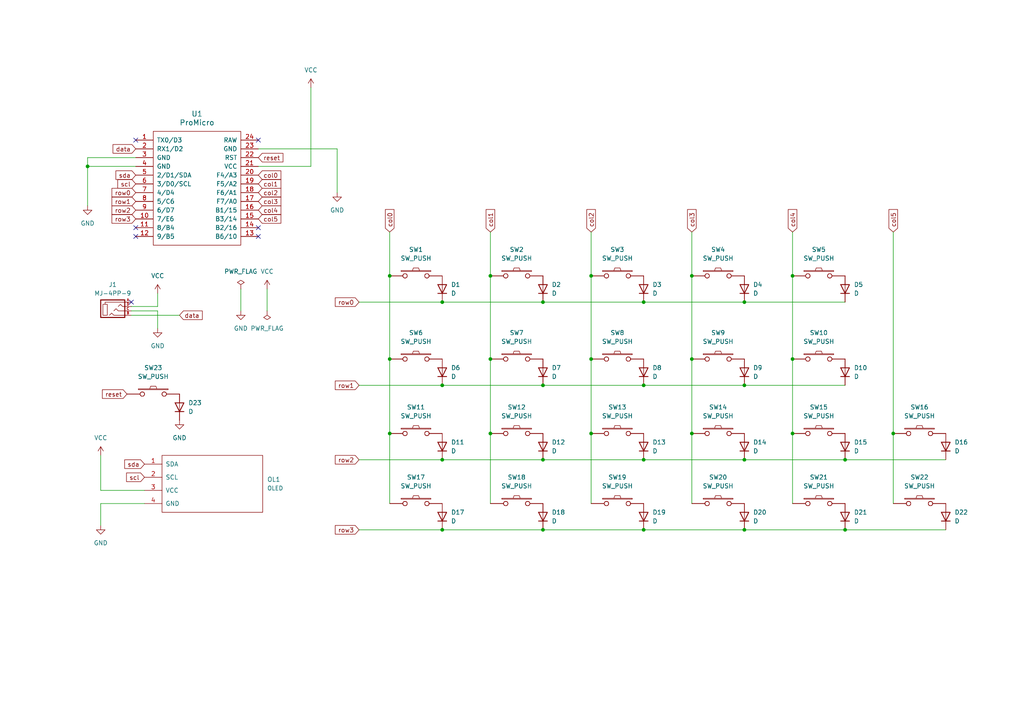
<source format=kicad_sch>
(kicad_sch (version 20230121) (generator eeschema)
  (paper "A4")
  (lib_symbols
    (symbol "Device:D" (pin_numbers hide) (pin_names (offset 1.016) hide)
      (property "Reference" "D" (at 0 2.54 0))
      (property "Value" "D" (at 0 -2.54 0))
      (symbol "D_0_1"
        (polyline (pts (xy -1.27 1.27) (xy -1.27 -1.27)) (stroke (width 0.254)))
        (polyline (pts (xy 1.27 0) (xy -1.27 0)))
        (polyline (pts (xy 1.27 1.27) (xy 1.27 -1.27) (xy -1.27 0) (xy 1.27 1.27)) (stroke (width 0.254)))
      )
      (symbol "D_1_1"
        (pin passive line (at -3.81 0 0) (length 2.54) (name "K") (number "1"))
        (pin passive line (at 3.81 0 180) (length 2.54) (name "A") (number "2"))
      )
    )
    (symbol "kbd:MJ-4PP-9" (pin_names (offset 1.016))
      (property "Reference" "J1" (at -0.3175 7.62 0))
      (property "Value" "MJ-4PP-9" (at -0.3175 5.08 0))
      (symbol "MJ-4PP-9_0_1"
        (rectangle (start -1.905 -1.27) (end -3.175 1.905))
        (polyline (pts (xy -2.54 1.905) (xy -2.54 2.54) (xy 3.175 2.54)))
        (polyline (pts (xy -1.27 -1.27) (xy -0.635 -0.635) (xy 0 -1.27) (xy 3.175 -1.27)))
        (polyline (pts (xy 0 0) (xy 0.635 0.635) (xy 1.27 0) (xy 3.175 0)))
        (polyline (pts (xy 1.27 1.27) (xy 1.905 1.905) (xy 2.54 1.27) (xy 3.175 1.27)))
        (rectangle (start 3.175 3.175) (end -3.81 -1.905) (stroke (width 0.3048)))
      )
      (symbol "MJ-4PP-9_1_1"
        (pin input line (at 5.08 2.54 180) (length 2.0066) (name "~") (number "A"))
        (pin input line (at 5.08 -1.27 180) (length 2.0066) (name "~") (number "B"))
        (pin input line (at 5.08 0 180) (length 2.0066) (name "~") (number "C"))
        (pin input line (at 5.08 1.27 180) (length 2.0066) (name "~") (number "D"))
      )
    )
    (symbol "kbd:OLED" (pin_names (offset 1.016))
      (property "Reference" "OL" (at 0 2.54 0))
      (property "Value" "OLED" (at 0 -1.27 0))
      (symbol "OLED_0_1"
        (rectangle (start -13.97 8.89) (end 15.24 -7.62))
      )
      (symbol "OLED_1_1"
        (pin bidirectional line (at -19.05 6.35 0) (length 5.08) (name "SDA") (number "1"))
        (pin bidirectional line (at -19.05 2.54 0) (length 5.08) (name "SCL") (number "2"))
        (pin power_in line (at -19.05 -1.27 0) (length 5.08) (name "VCC") (number "3"))
        (pin power_in line (at -19.05 -5.08 0) (length 5.08) (name "GND") (number "4"))
      )
    )
    (symbol "kbd:ProMicro" (pin_names (offset 1.016))
      (property "Reference" "U" (at 0 19.05 0))
      (property "Value" "ProMicro" (at 0 -19.05 0))
      (symbol "ProMicro_0_1"
        (rectangle (start -12.7 16.51) (end 12.7 -16.51))
      )
      (symbol "ProMicro_1_1"
        (pin bidirectional line (at -17.78 13.97 0) (length 5.08) (name "TX0/D3") (number "1"))
        (pin bidirectional line (at -17.78 -8.89 0) (length 5.08) (name "7/E6") (number "10"))
        (pin bidirectional line (at -17.78 -11.43 0) (length 5.08) (name "8/B4") (number "11"))
        (pin bidirectional line (at -17.78 -13.97 0) (length 5.08) (name "9/B5") (number "12"))
        (pin bidirectional line (at 17.78 -13.97 180) (length 5.08) (name "B6/10") (number "13"))
        (pin bidirectional line (at 17.78 -11.43 180) (length 5.08) (name "B2/16") (number "14"))
        (pin bidirectional line (at 17.78 -8.89 180) (length 5.08) (name "B3/14") (number "15"))
        (pin bidirectional line (at 17.78 -6.35 180) (length 5.08) (name "B1/15") (number "16"))
        (pin bidirectional line (at 17.78 -3.81 180) (length 5.08) (name "F7/A0") (number "17"))
        (pin bidirectional line (at 17.78 -1.27 180) (length 5.08) (name "F6/A1") (number "18"))
        (pin bidirectional line (at 17.78 1.27 180) (length 5.08) (name "F5/A2") (number "19"))
        (pin bidirectional line (at -17.78 11.43 0) (length 5.08) (name "RX1/D2") (number "2"))
        (pin bidirectional line (at 17.78 3.81 180) (length 5.08) (name "F4/A3") (number "20"))
        (pin power_in line (at 17.78 6.35 180) (length 5.08) (name "VCC") (number "21"))
        (pin input line (at 17.78 8.89 180) (length 5.08) (name "RST") (number "22"))
        (pin power_in line (at 17.78 11.43 180) (length 5.08) (name "GND") (number "23"))
        (pin power_out line (at 17.78 13.97 180) (length 5.08) (name "RAW") (number "24"))
        (pin power_in line (at -17.78 8.89 0) (length 5.08) (name "GND") (number "3"))
        (pin power_in line (at -17.78 6.35 0) (length 5.08) (name "GND") (number "4"))
        (pin bidirectional line (at -17.78 3.81 0) (length 5.08) (name "2/D1/SDA") (number "5"))
        (pin bidirectional line (at -17.78 1.27 0) (length 5.08) (name "3/D0/SCL") (number "6"))
        (pin bidirectional line (at -17.78 -1.27 0) (length 5.08) (name "4/D4") (number "7"))
        (pin bidirectional line (at -17.78 -3.81 0) (length 5.08) (name "5/C6") (number "8"))
        (pin bidirectional line (at -17.78 -6.35 0) (length 5.08) (name "6/D7") (number "9"))
      )
    )
    (symbol "kbd:SW_PUSH" (pin_numbers hide) (pin_names (offset 1.016) hide)
      (property "Reference" "SW" (at 3.81 2.794 0))
      (property "Value" "SW_PUSH" (at 0 -2.032 0))
      (symbol "SW_PUSH_0_1"
        (rectangle (start -4.318 1.27) (end 4.318 1.524))
        (polyline (pts (xy -1.016 1.524) (xy -0.762 2.286) (xy 0.762 2.286) (xy 1.016 1.524)))
        (pin passive inverted (at -7.62 0 0) (length 5.08) (name "1") (number "1"))
        (pin passive inverted (at 7.62 0 180) (length 5.08) (name "2") (number "2"))
      )
    )
    (symbol "power:GND" (power) (pin_names (offset 0))
      (property "Value" "GND" (at 0 -3.81 0))
      (symbol "GND_0_1"
        (polyline (pts (xy 0 0) (xy 0 -1.27) (xy 1.27 -1.27) (xy 0 -2.54) (xy -1.27 -1.27) (xy 0 -1.27)))
      )
      (symbol "GND_1_1"
        (pin power_in line (at 0 0 270) (length 0) hide (name "GND") (number "1"))
      )
    )
    (symbol "power:PWR_FLAG" (power) (pin_numbers hide) (pin_names (offset 0) hide)
      (property "Value" "PWR_FLAG" (at 0 3.81 0))
      (symbol "PWR_FLAG_0_0"
        (pin power_out line (at 0 0 90) (length 0) (name "pwr") (number "1"))
      )
      (symbol "PWR_FLAG_0_1"
        (polyline (pts (xy 0 0) (xy 0 1.27) (xy -1.016 1.905) (xy 0 2.54) (xy 1.016 1.905) (xy 0 1.27)))
      )
    )
    (symbol "power:VCC" (power) (pin_names (offset 0))
      (property "Value" "VCC" (at 0 3.81 0))
      (symbol "VCC_0_1"
        (polyline (pts (xy -0.762 1.27) (xy 0 2.54)))
        (polyline (pts (xy 0 0) (xy 0 2.54)))
        (polyline (pts (xy 0 2.54) (xy 0.762 1.27)))
      )
      (symbol "VCC_1_1"
        (pin power_in line (at 0 0 90) (length 0) hide (name "VCC") (number "1"))
      )
    )
  )
  (junction (at 186.69 111.76))
  (junction (at 128.27 133.35))
  (junction (at 113.03 80.01))
  (junction (at 128.27 111.76))
  (junction (at 229.87 80.01))
  (junction (at 245.11 133.35))
  (junction (at 200.66 125.73))
  (junction (at 215.9 153.67))
  (junction (at 113.03 125.73))
  (junction (at 142.24 125.73))
  (junction (at 157.48 87.63))
  (junction (at 200.66 80.01))
  (junction (at 157.48 111.76))
  (junction (at 157.48 133.35))
  (junction (at 245.11 153.67))
  (junction (at 113.03 104.14))
  (junction (at 128.27 87.63))
  (junction (at 171.45 104.14))
  (junction (at 171.45 80.01))
  (junction (at 215.9 133.35))
  (junction (at 186.69 133.35))
  (junction (at 186.69 153.67))
  (junction (at 128.27 153.67))
  (junction (at 25.4 48.26))
  (junction (at 259.08 125.73))
  (junction (at 215.9 87.63))
  (junction (at 157.48 153.67))
  (junction (at 142.24 104.14))
  (junction (at 215.9 111.76))
  (junction (at 186.69 87.63))
  (junction (at 229.87 104.14))
  (junction (at 200.66 104.14))
  (junction (at 171.45 125.73))
  (junction (at 142.24 80.01))
  (junction (at 229.87 125.73))
  (no_connect (at 39.37 40.64))
  (no_connect (at 39.37 68.58))
  (no_connect (at 74.93 40.64))
  (no_connect (at 39.37 66.04))
  (no_connect (at 74.93 66.04))
  (no_connect (at 74.93 68.58))
  (no_connect (at 38.1 87.63))
  (wire (pts (xy 171.45 67.31) (xy 171.45 80.01)))
  (wire (pts (xy 157.48 153.67) (xy 186.69 153.67)))
  (wire (pts (xy 128.27 87.63) (xy 157.48 87.63)))
  (wire (pts (xy 171.45 80.01) (xy 171.45 104.14)))
  (wire (pts (xy 245.11 133.35) (xy 274.32 133.35)))
  (wire (pts (xy 104.14 153.67) (xy 128.27 153.67)))
  (wire (pts (xy 29.21 152.4) (xy 29.21 146.05)))
  (wire (pts (xy 157.48 111.76) (xy 186.69 111.76)))
  (wire (pts (xy 200.66 125.73) (xy 200.66 146.05)))
  (wire (pts (xy 39.37 48.26) (xy 25.4 48.26)))
  (wire (pts (xy 186.69 87.63) (xy 215.9 87.63)))
  (wire (pts (xy 259.08 67.31) (xy 259.08 125.73)))
  (wire (pts (xy 142.24 104.14) (xy 142.24 125.73)))
  (wire (pts (xy 128.27 153.67) (xy 157.48 153.67)))
  (wire (pts (xy 77.47 83.82) (xy 77.47 90.17)))
  (wire (pts (xy 215.9 153.67) (xy 245.11 153.67)))
  (wire (pts (xy 200.66 67.31) (xy 200.66 80.01)))
  (wire (pts (xy 74.93 43.18) (xy 97.79 43.18)))
  (wire (pts (xy 245.11 153.67) (xy 274.32 153.67)))
  (wire (pts (xy 39.37 45.72) (xy 25.4 45.72)))
  (wire (pts (xy 200.66 104.14) (xy 200.66 125.73)))
  (wire (pts (xy 157.48 133.35) (xy 186.69 133.35)))
  (wire (pts (xy 171.45 104.14) (xy 171.45 125.73)))
  (wire (pts (xy 97.79 43.18) (xy 97.79 55.88)))
  (wire (pts (xy 90.17 48.26) (xy 90.17 25.4)))
  (wire (pts (xy 69.85 83.82) (xy 69.85 90.17)))
  (wire (pts (xy 186.69 153.67) (xy 215.9 153.67)))
  (wire (pts (xy 38.1 91.44) (xy 52.07 91.44)))
  (wire (pts (xy 104.14 111.76) (xy 128.27 111.76)))
  (wire (pts (xy 215.9 111.76) (xy 245.11 111.76)))
  (wire (pts (xy 113.03 104.14) (xy 113.03 125.73)))
  (wire (pts (xy 215.9 133.35) (xy 245.11 133.35)))
  (wire (pts (xy 229.87 80.01) (xy 229.87 104.14)))
  (wire (pts (xy 142.24 125.73) (xy 142.24 146.05)))
  (wire (pts (xy 113.03 80.01) (xy 113.03 104.14)))
  (wire (pts (xy 113.03 125.73) (xy 113.03 146.05)))
  (wire (pts (xy 171.45 125.73) (xy 171.45 146.05)))
  (wire (pts (xy 229.87 104.14) (xy 229.87 125.73)))
  (wire (pts (xy 25.4 45.72) (xy 25.4 48.26)))
  (wire (pts (xy 215.9 87.63) (xy 245.11 87.63)))
  (wire (pts (xy 29.21 142.24) (xy 29.21 132.08)))
  (wire (pts (xy 229.87 67.31) (xy 229.87 80.01)))
  (wire (pts (xy 41.91 142.24) (xy 29.21 142.24)))
  (wire (pts (xy 104.14 133.35) (xy 128.27 133.35)))
  (wire (pts (xy 157.48 87.63) (xy 186.69 87.63)))
  (wire (pts (xy 38.1 90.17) (xy 45.72 90.17)))
  (wire (pts (xy 229.87 125.73) (xy 229.87 146.05)))
  (wire (pts (xy 45.72 85.09) (xy 45.72 88.9)))
  (wire (pts (xy 128.27 111.76) (xy 157.48 111.76)))
  (wire (pts (xy 25.4 48.26) (xy 25.4 59.69)))
  (wire (pts (xy 200.66 80.01) (xy 200.66 104.14)))
  (wire (pts (xy 74.93 48.26) (xy 90.17 48.26)))
  (wire (pts (xy 186.69 111.76) (xy 215.9 111.76)))
  (wire (pts (xy 259.08 125.73) (xy 259.08 146.05)))
  (wire (pts (xy 45.72 88.9) (xy 38.1 88.9)))
  (wire (pts (xy 45.72 90.17) (xy 45.72 95.25)))
  (wire (pts (xy 142.24 80.01) (xy 142.24 104.14)))
  (wire (pts (xy 128.27 133.35) (xy 157.48 133.35)))
  (wire (pts (xy 113.03 67.31) (xy 113.03 80.01)))
  (wire (pts (xy 29.21 146.05) (xy 41.91 146.05)))
  (wire (pts (xy 186.69 133.35) (xy 215.9 133.35)))
  (wire (pts (xy 104.14 87.63) (xy 128.27 87.63)))
  (wire (pts (xy 142.24 67.31) (xy 142.24 80.01)))
  (global_label "col5" (shape input) (at 74.93 63.5 0) (property "Intersheetrefs" "${INTERSHEET_REFS}" (effects hide)))
  (global_label "row3" (shape input) (at 104.14 153.67 180) (property "Intersheetrefs" "${INTERSHEET_REFS}" (effects hide)))
  (global_label "data" (shape input) (at 52.07 91.44 0) (property "Intersheetrefs" "${INTERSHEET_REFS}" (effects hide)))
  (global_label "row0" (shape input) (at 104.14 87.63 180) (property "Intersheetrefs" "${INTERSHEET_REFS}" (effects hide)))
  (global_label "col0" (shape input) (at 113.03 67.31 90) (property "Intersheetrefs" "${INTERSHEET_REFS}" (effects hide)))
  (global_label "col1" (shape input) (at 74.93 53.34 0) (property "Intersheetrefs" "${INTERSHEET_REFS}" (effects hide)))
  (global_label "col2" (shape input) (at 171.45 67.31 90) (property "Intersheetrefs" "${INTERSHEET_REFS}" (effects hide)))
  (global_label "col3" (shape input) (at 74.93 58.42 0) (property "Intersheetrefs" "${INTERSHEET_REFS}" (effects hide)))
  (global_label "col3" (shape input) (at 200.66 67.31 90) (property "Intersheetrefs" "${INTERSHEET_REFS}" (effects hide)))
  (global_label "col4" (shape input) (at 74.93 60.96 0) (property "Intersheetrefs" "${INTERSHEET_REFS}" (effects hide)))
  (global_label "row3" (shape input) (at 39.37 63.5 180) (property "Intersheetrefs" "${INTERSHEET_REFS}" (effects hide)))
  (global_label "scl" (shape input) (at 41.91 138.43 180) (property "Intersheetrefs" "${INTERSHEET_REFS}" (effects hide)))
  (global_label "sda" (shape input) (at 39.37 50.8 180) (property "Intersheetrefs" "${INTERSHEET_REFS}" (effects hide)))
  (global_label "row0" (shape input) (at 39.37 55.88 180) (property "Intersheetrefs" "${INTERSHEET_REFS}" (effects hide)))
  (global_label "scl" (shape input) (at 39.37 53.34 180) (property "Intersheetrefs" "${INTERSHEET_REFS}" (effects hide)))
  (global_label "sda" (shape input) (at 41.91 134.62 180) (property "Intersheetrefs" "${INTERSHEET_REFS}" (effects hide)))
  (global_label "col1" (shape input) (at 142.24 67.31 90) (property "Intersheetrefs" "${INTERSHEET_REFS}" (effects hide)))
  (global_label "reset" (shape input) (at 74.93 45.72 0) (property "Intersheetrefs" "${INTERSHEET_REFS}" (effects hide)))
  (global_label "col0" (shape input) (at 74.93 50.8 0) (property "Intersheetrefs" "${INTERSHEET_REFS}" (effects hide)))
  (global_label "data" (shape input) (at 39.37 43.18 180) (property "Intersheetrefs" "${INTERSHEET_REFS}" (effects hide)))
  (global_label "row2" (shape input) (at 39.37 60.96 180) (property "Intersheetrefs" "${INTERSHEET_REFS}" (effects hide)))
  (global_label "col4" (shape input) (at 229.87 67.31 90) (property "Intersheetrefs" "${INTERSHEET_REFS}" (effects hide)))
  (global_label "row1" (shape input) (at 39.37 58.42 180) (property "Intersheetrefs" "${INTERSHEET_REFS}" (effects hide)))
  (global_label "reset" (shape input) (at 36.83 114.3 180) (property "Intersheetrefs" "${INTERSHEET_REFS}" (effects hide)))
  (global_label "row2" (shape input) (at 104.14 133.35 180) (property "Intersheetrefs" "${INTERSHEET_REFS}" (effects hide)))
  (global_label "col2" (shape input) (at 74.93 55.88 0) (property "Intersheetrefs" "${INTERSHEET_REFS}" (effects hide)))
  (global_label "row1" (shape input) (at 104.14 111.76 180) (property "Intersheetrefs" "${INTERSHEET_REFS}" (effects hide)))
  (global_label "col5" (shape input) (at 259.08 67.31 90) (property "Intersheetrefs" "${INTERSHEET_REFS}" (effects hide)))
  (symbol (lib_id "kbd:SW_PUSH") (at 149.86 146.05 0) (unit 1)
    (property "Reference" "SW18" (at 149.86 138.43 0))
    (property "Value" "SW_PUSH" (at 149.86 140.97 0))
    (property "Footprint" "BrownSugar_KBD:Kailh_Choc_V1" (effects hide))
  )
  (symbol (lib_id "kbd:SW_PUSH") (at 149.86 125.73 0) (unit 1)
    (property "Reference" "SW12" (at 149.86 118.11 0))
    (property "Value" "SW_PUSH" (at 149.86 120.65 0))
    (property "Footprint" "BrownSugar_KBD:Kailh_Choc_V1" (effects hide))
  )
  (symbol (lib_id "kbd:SW_PUSH") (at 237.49 125.73 0) (unit 1)
    (property "Reference" "SW15" (at 237.49 118.11 0))
    (property "Value" "SW_PUSH" (at 237.49 120.65 0))
    (property "Footprint" "BrownSugar_KBD:Kailh_Choc_V1" (effects hide))
  )
  (symbol (lib_id "Device:D") (at 215.9 149.86 90) (unit 1)
    (property "Reference" "D20" (at 218.44 148.59 90) (effects (justify right)))
    (property "Value" "D" (at 218.44 151.13 90) (effects (justify right)))
    (property "Footprint" "kbd:D3_TH_SMD" (effects hide))
    (property "Sim.Device" "D" (effects hide))
    (property "Sim.Pins" "1=K 2=A" (effects hide))
  )
  (symbol (lib_id "kbd:SW_PUSH") (at 44.45 114.3 0) (unit 1)
    (property "Reference" "SW23" (at 44.45 106.68 0))
    (property "Value" "SW_PUSH" (at 44.45 109.22 0))
    (property "Footprint" "BrownSugar_KBD:SW_PUSH_6x3mm" (effects hide))
  )
  (symbol (lib_id "Device:D") (at 186.69 83.82 90) (unit 1)
    (property "Reference" "D3" (at 189.23 82.55 90) (effects (justify right)))
    (property "Value" "D" (at 189.23 85.09 90) (effects (justify right)))
    (property "Footprint" "kbd:D3_TH_SMD" (effects hide))
    (property "Sim.Device" "D" (effects hide))
    (property "Sim.Pins" "1=K 2=A" (effects hide))
  )
  (symbol (lib_id "Device:D") (at 128.27 129.54 90) (unit 1)
    (property "Reference" "D11" (at 130.81 128.27 90) (effects (justify right)))
    (property "Value" "D" (at 130.81 130.81 90) (effects (justify right)))
    (property "Footprint" "kbd:D3_TH_SMD" (effects hide))
    (property "Sim.Device" "D" (effects hide))
    (property "Sim.Pins" "1=K 2=A" (effects hide))
  )
  (symbol (lib_id "power:GND") (at 29.21 152.4 0) (unit 1)
    (property "Reference" "#PWR010" (effects hide))
    (property "Value" "GND" (at 29.21 157.48 0))
  )
  (symbol (lib_id "power:GND") (at 69.85 90.17 0) (unit 1)
    (property "Reference" "#PWR06" (effects hide))
    (property "Value" "GND" (at 69.85 95.25 0))
  )
  (symbol (lib_id "power:PWR_FLAG") (at 77.47 90.17 180) (unit 1)
    (property "Reference" "#FLG02" (effects hide))
    (property "Value" "PWR_FLAG" (at 77.47 95.25 0))
  )
  (symbol (lib_id "power:VCC") (at 29.21 132.08 0) (unit 1)
    (property "Reference" "#PWR09" (effects hide))
    (property "Value" "VCC" (at 29.21 127 0))
  )
  (symbol (lib_id "Device:D") (at 245.11 149.86 90) (unit 1)
    (property "Reference" "D21" (at 247.65 148.59 90) (effects (justify right)))
    (property "Value" "D" (at 247.65 151.13 90) (effects (justify right)))
    (property "Footprint" "kbd:D3_TH_SMD" (effects hide))
    (property "Sim.Device" "D" (effects hide))
    (property "Sim.Pins" "1=K 2=A" (effects hide))
  )
  (symbol (lib_id "power:GND") (at 45.72 95.25 0) (unit 1)
    (property "Reference" "#PWR07" (effects hide))
    (property "Value" "GND" (at 45.72 100.33 0))
  )
  (symbol (lib_id "Device:D") (at 245.11 129.54 90) (unit 1)
    (property "Reference" "D15" (at 247.65 128.27 90) (effects (justify right)))
    (property "Value" "D" (at 247.65 130.81 90) (effects (justify right)))
    (property "Footprint" "kbd:D3_TH_SMD" (effects hide))
    (property "Sim.Device" "D" (effects hide))
    (property "Sim.Pins" "1=K 2=A" (effects hide))
  )
  (symbol (lib_id "kbd:SW_PUSH") (at 179.07 104.14 0) (unit 1)
    (property "Reference" "SW8" (at 179.07 96.52 0))
    (property "Value" "SW_PUSH" (at 179.07 99.06 0))
    (property "Footprint" "BrownSugar_KBD:Kailh_Choc_V1" (effects hide))
  )
  (symbol (lib_id "Device:D") (at 186.69 107.95 90) (unit 1)
    (property "Reference" "D8" (at 189.23 106.68 90) (effects (justify right)))
    (property "Value" "D" (at 189.23 109.22 90) (effects (justify right)))
    (property "Footprint" "kbd:D3_TH_SMD" (effects hide))
    (property "Sim.Device" "D" (effects hide))
    (property "Sim.Pins" "1=K 2=A" (effects hide))
  )
  (symbol (lib_id "Device:D") (at 157.48 107.95 90) (unit 1)
    (property "Reference" "D7" (at 160.02 106.68 90) (effects (justify right)))
    (property "Value" "D" (at 160.02 109.22 90) (effects (justify right)))
    (property "Footprint" "kbd:D3_TH_SMD" (effects hide))
    (property "Sim.Device" "D" (effects hide))
    (property "Sim.Pins" "1=K 2=A" (effects hide))
  )
  (symbol (lib_id "kbd:SW_PUSH") (at 266.7 146.05 0) (unit 1)
    (property "Reference" "SW22" (at 266.7 138.43 0))
    (property "Value" "SW_PUSH" (at 266.7 140.97 0))
    (property "Footprint" "BrownSugar_KBD:Kailh_Choc_V1" (effects hide))
  )
  (symbol (lib_id "Device:D") (at 157.48 83.82 90) (unit 1)
    (property "Reference" "D2" (at 160.02 82.55 90) (effects (justify right)))
    (property "Value" "D" (at 160.02 85.09 90) (effects (justify right)))
    (property "Footprint" "kbd:D3_TH_SMD" (effects hide))
    (property "Sim.Device" "D" (effects hide))
    (property "Sim.Pins" "1=K 2=A" (effects hide))
  )
  (symbol (lib_id "kbd:SW_PUSH") (at 120.65 146.05 0) (unit 1)
    (property "Reference" "SW17" (at 120.65 138.43 0))
    (property "Value" "SW_PUSH" (at 120.65 140.97 0))
    (property "Footprint" "BrownSugar_KBD:Kailh_Choc_V1" (effects hide))
  )
  (symbol (lib_id "power:VCC") (at 45.72 85.09 0) (unit 1)
    (property "Reference" "#PWR05" (effects hide))
    (property "Value" "VCC" (at 45.72 80.01 0))
  )
  (symbol (lib_id "kbd:SW_PUSH") (at 120.65 125.73 0) (unit 1)
    (property "Reference" "SW11" (at 120.65 118.11 0))
    (property "Value" "SW_PUSH" (at 120.65 120.65 0))
    (property "Footprint" "BrownSugar_KBD:Kailh_Choc_V1" (effects hide))
  )
  (symbol (lib_id "Device:D") (at 215.9 107.95 90) (unit 1)
    (property "Reference" "D9" (at 218.44 106.68 90) (effects (justify right)))
    (property "Value" "D" (at 218.44 109.22 90) (effects (justify right)))
    (property "Footprint" "kbd:D3_TH_SMD" (effects hide))
    (property "Sim.Device" "D" (effects hide))
    (property "Sim.Pins" "1=K 2=A" (effects hide))
  )
  (symbol (lib_id "power:VCC") (at 90.17 25.4 0) (unit 1)
    (property "Reference" "#PWR01" (effects hide))
    (property "Value" "VCC" (at 90.17 20.32 0))
  )
  (symbol (lib_id "kbd:SW_PUSH") (at 266.7 125.73 0) (unit 1)
    (property "Reference" "SW16" (at 266.7 118.11 0))
    (property "Value" "SW_PUSH" (at 266.7 120.65 0))
    (property "Footprint" "BrownSugar_KBD:Kailh_Choc_V1" (effects hide))
  )
  (symbol (lib_id "kbd:SW_PUSH") (at 149.86 104.14 0) (unit 1)
    (property "Reference" "SW7" (at 149.86 96.52 0))
    (property "Value" "SW_PUSH" (at 149.86 99.06 0))
    (property "Footprint" "BrownSugar_KBD:Kailh_Choc_V1" (effects hide))
  )
  (symbol (lib_id "kbd:SW_PUSH") (at 237.49 104.14 0) (unit 1)
    (property "Reference" "SW10" (at 237.49 96.52 0))
    (property "Value" "SW_PUSH" (at 237.49 99.06 0))
    (property "Footprint" "BrownSugar_KBD:Kailh_Choc_V1" (effects hide))
  )
  (symbol (lib_id "kbd:SW_PUSH") (at 208.28 146.05 0) (unit 1)
    (property "Reference" "SW20" (at 208.28 138.43 0))
    (property "Value" "SW_PUSH" (at 208.28 140.97 0))
    (property "Footprint" "BrownSugar_KBD:Kailh_Choc_V1" (effects hide))
  )
  (symbol (lib_id "kbd:OLED") (at 60.96 140.97 0) (unit 1)
    (property "Reference" "OL1" (at 77.47 139.065 0) (effects (font (size 1.2954 1.2954)) (justify left)))
    (property "Value" "OLED" (at 77.47 141.605 0) (effects (font (size 1.1938 1.1938)) (justify left)))
    (property "Footprint" "kbd:OLED" (effects hide))
  )
  (symbol (lib_id "kbd:SW_PUSH") (at 179.07 125.73 0) (unit 1)
    (property "Reference" "SW13" (at 179.07 118.11 0))
    (property "Value" "SW_PUSH" (at 179.07 120.65 0))
    (property "Footprint" "BrownSugar_KBD:Kailh_Choc_V1" (effects hide))
  )
  (symbol (lib_id "power:GND") (at 97.79 55.88 0) (unit 1)
    (property "Reference" "#PWR02" (effects hide))
    (property "Value" "GND" (at 97.79 60.96 0))
  )
  (symbol (lib_id "Device:D") (at 186.69 129.54 90) (unit 1)
    (property "Reference" "D13" (at 189.23 128.27 90) (effects (justify right)))
    (property "Value" "D" (at 189.23 130.81 90) (effects (justify right)))
    (property "Footprint" "kbd:D3_TH_SMD" (effects hide))
    (property "Sim.Device" "D" (effects hide))
    (property "Sim.Pins" "1=K 2=A" (effects hide))
  )
  (symbol (lib_id "Device:D") (at 157.48 149.86 90) (unit 1)
    (property "Reference" "D18" (at 160.02 148.59 90) (effects (justify right)))
    (property "Value" "D" (at 160.02 151.13 90) (effects (justify right)))
    (property "Footprint" "kbd:D3_TH_SMD" (effects hide))
    (property "Sim.Device" "D" (effects hide))
    (property "Sim.Pins" "1=K 2=A" (effects hide))
  )
  (symbol (lib_id "kbd:SW_PUSH") (at 208.28 125.73 0) (unit 1)
    (property "Reference" "SW14" (at 208.28 118.11 0))
    (property "Value" "SW_PUSH" (at 208.28 120.65 0))
    (property "Footprint" "BrownSugar_KBD:Kailh_Choc_V1" (effects hide))
  )
  (symbol (lib_id "Device:D") (at 274.32 149.86 90) (unit 1)
    (property "Reference" "D22" (at 276.86 148.59 90) (effects (justify right)))
    (property "Value" "D" (at 276.86 151.13 90) (effects (justify right)))
    (property "Footprint" "kbd:D3_TH_SMD" (effects hide))
    (property "Sim.Device" "D" (effects hide))
    (property "Sim.Pins" "1=K 2=A" (effects hide))
  )
  (symbol (lib_id "kbd:SW_PUSH") (at 120.65 80.01 0) (unit 1)
    (property "Reference" "SW1" (at 120.65 72.39 0))
    (property "Value" "SW_PUSH" (at 120.65 74.93 0))
    (property "Footprint" "BrownSugar_KBD:Kailh_Choc_V1" (effects hide))
  )
  (symbol (lib_id "kbd:SW_PUSH") (at 179.07 146.05 0) (unit 1)
    (property "Reference" "SW19" (at 179.07 138.43 0))
    (property "Value" "SW_PUSH" (at 179.07 140.97 0))
    (property "Footprint" "BrownSugar_KBD:Kailh_Choc_V1" (effects hide))
  )
  (symbol (lib_id "kbd:SW_PUSH") (at 120.65 104.14 0) (unit 1)
    (property "Reference" "SW6" (at 120.65 96.52 0))
    (property "Value" "SW_PUSH" (at 120.65 99.06 0))
    (property "Footprint" "BrownSugar_KBD:Kailh_Choc_V1" (effects hide))
  )
  (symbol (lib_id "kbd:ProMicro") (at 57.15 54.61 0) (unit 1)
    (property "Reference" "U1" (at 57.15 33.02 0) (effects (font (size 1.524 1.524))))
    (property "Value" "ProMicro" (at 57.15 35.56 0) (effects (font (size 1.524 1.524))))
    (property "Footprint" "BrownSugar_KBD:ProMicro_r" (effects hide))
  )
  (symbol (lib_id "kbd:MJ-4PP-9") (at 33.02 90.17 0) (unit 1)
    (property "Reference" "J1" (at 32.7025 82.55 0))
    (property "Value" "MJ-4PP-9" (at 32.7025 85.09 0))
    (property "Footprint" "BrownSugar_KBD:TRRS_PJ-320A" (effects hide))
  )
  (symbol (lib_id "Device:D") (at 215.9 129.54 90) (unit 1)
    (property "Reference" "D14" (at 218.44 128.27 90) (effects (justify right)))
    (property "Value" "D" (at 218.44 130.81 90) (effects (justify right)))
    (property "Footprint" "kbd:D3_TH_SMD" (effects hide))
    (property "Sim.Device" "D" (effects hide))
    (property "Sim.Pins" "1=K 2=A" (effects hide))
  )
  (symbol (lib_id "power:VCC") (at 77.47 83.82 0) (unit 1)
    (property "Reference" "#PWR04" (effects hide))
    (property "Value" "VCC" (at 77.47 78.74 0))
  )
  (symbol (lib_id "kbd:SW_PUSH") (at 149.86 80.01 0) (unit 1)
    (property "Reference" "SW2" (at 149.86 72.39 0))
    (property "Value" "SW_PUSH" (at 149.86 74.93 0))
    (property "Footprint" "BrownSugar_KBD:Kailh_Choc_V1" (effects hide))
  )
  (symbol (lib_id "Device:D") (at 245.11 107.95 90) (unit 1)
    (property "Reference" "D10" (at 247.65 106.68 90) (effects (justify right)))
    (property "Value" "D" (at 247.65 109.22 90) (effects (justify right)))
    (property "Footprint" "kbd:D3_TH_SMD" (effects hide))
    (property "Sim.Device" "D" (effects hide))
    (property "Sim.Pins" "1=K 2=A" (effects hide))
  )
  (symbol (lib_id "power:PWR_FLAG") (at 69.85 83.82 0) (unit 1)
    (property "Reference" "#FLG01" (effects hide))
    (property "Value" "PWR_FLAG" (at 69.85 78.74 0))
  )
  (symbol (lib_id "kbd:SW_PUSH") (at 237.49 80.01 0) (unit 1)
    (property "Reference" "SW5" (at 237.49 72.39 0))
    (property "Value" "SW_PUSH" (at 237.49 74.93 0))
    (property "Footprint" "BrownSugar_KBD:Kailh_Choc_V1" (effects hide))
  )
  (symbol (lib_id "Device:D") (at 245.11 83.82 90) (unit 1)
    (property "Reference" "D5" (at 247.65 82.55 90) (effects (justify right)))
    (property "Value" "D" (at 247.65 85.09 90) (effects (justify right)))
    (property "Footprint" "kbd:D3_TH_SMD" (effects hide))
    (property "Sim.Device" "D" (effects hide))
    (property "Sim.Pins" "1=K 2=A" (effects hide))
  )
  (symbol (lib_id "power:GND") (at 52.07 121.92 0) (unit 1)
    (property "Reference" "#PWR08" (effects hide))
    (property "Value" "GND" (at 52.07 127 0))
  )
  (symbol (lib_id "kbd:SW_PUSH") (at 208.28 80.01 0) (unit 1)
    (property "Reference" "SW4" (at 208.28 72.39 0))
    (property "Value" "SW_PUSH" (at 208.28 74.93 0))
    (property "Footprint" "BrownSugar_KBD:Kailh_Choc_V1" (effects hide))
  )
  (symbol (lib_id "Device:D") (at 128.27 149.86 90) (unit 1)
    (property "Reference" "D17" (at 130.81 148.59 90) (effects (justify right)))
    (property "Value" "D" (at 130.81 151.13 90) (effects (justify right)))
    (property "Footprint" "kbd:D3_TH_SMD" (effects hide))
    (property "Sim.Device" "D" (effects hide))
    (property "Sim.Pins" "1=K 2=A" (effects hide))
  )
  (symbol (lib_id "Device:D") (at 215.9 83.82 90) (unit 1)
    (property "Reference" "D4" (at 218.44 82.55 90) (effects (justify right)))
    (property "Value" "D" (at 218.44 85.09 90) (effects (justify right)))
    (property "Footprint" "kbd:D3_TH_SMD" (effects hide))
    (property "Sim.Device" "D" (effects hide))
    (property "Sim.Pins" "1=K 2=A" (effects hide))
  )
  (symbol (lib_id "kbd:SW_PUSH") (at 237.49 146.05 0) (unit 1)
    (property "Reference" "SW21" (at 237.49 138.43 0))
    (property "Value" "SW_PUSH" (at 237.49 140.97 0))
    (property "Footprint" "BrownSugar_KBD:Kailh_Choc_V1" (effects hide))
  )
  (symbol (lib_id "Device:D") (at 186.69 149.86 90) (unit 1)
    (property "Reference" "D19" (at 189.23 148.59 90) (effects (justify right)))
    (property "Value" "D" (at 189.23 151.13 90) (effects (justify right)))
    (property "Footprint" "kbd:D3_TH_SMD" (effects hide))
    (property "Sim.Device" "D" (effects hide))
    (property "Sim.Pins" "1=K 2=A" (effects hide))
  )
  (symbol (lib_id "kbd:SW_PUSH") (at 179.07 80.01 0) (unit 1)
    (property "Reference" "SW3" (at 179.07 72.39 0))
    (property "Value" "SW_PUSH" (at 179.07 74.93 0))
    (property "Footprint" "BrownSugar_KBD:Kailh_Choc_V1" (effects hide))
  )
  (symbol (lib_id "Device:D") (at 52.07 118.11 90) (unit 1)
    (property "Reference" "D23" (at 54.61 116.84 90) (effects (justify right)))
    (property "Value" "D" (at 54.61 119.38 90) (effects (justify right)))
    (property "Footprint" "kbd:D3_TH_SMD" (effects hide))
    (property "Sim.Device" "D" (effects hide))
    (property "Sim.Pins" "1=K 2=A" (effects hide))
  )
  (symbol (lib_id "Device:D") (at 128.27 83.82 90) (unit 1)
    (property "Reference" "D1" (at 130.81 82.55 90) (effects (justify right)))
    (property "Value" "D" (at 130.81 85.09 90) (effects (justify right)))
    (property "Footprint" "kbd:D3_TH_SMD" (effects hide))
    (property "Sim.Device" "D" (effects hide))
    (property "Sim.Pins" "1=K 2=A" (effects hide))
  )
  (symbol (lib_id "Device:D") (at 274.32 129.54 90) (unit 1)
    (property "Reference" "D16" (at 276.86 128.27 90) (effects (justify right)))
    (property "Value" "D" (at 276.86 130.81 90) (effects (justify right)))
    (property "Footprint" "kbd:D3_TH_SMD" (effects hide))
    (property "Sim.Device" "D" (effects hide))
    (property "Sim.Pins" "1=K 2=A" (effects hide))
  )
  (symbol (lib_id "kbd:SW_PUSH") (at 208.28 104.14 0) (unit 1)
    (property "Reference" "SW9" (at 208.28 96.52 0))
    (property "Value" "SW_PUSH" (at 208.28 99.06 0))
    (property "Footprint" "BrownSugar_KBD:Kailh_Choc_V1" (effects hide))
  )
  (symbol (lib_id "Device:D") (at 128.27 107.95 90) (unit 1)
    (property "Reference" "D6" (at 130.81 106.68 90) (effects (justify right)))
    (property "Value" "D" (at 130.81 109.22 90) (effects (justify right)))
    (property "Footprint" "kbd:D3_TH_SMD" (effects hide))
    (property "Sim.Device" "D" (effects hide))
    (property "Sim.Pins" "1=K 2=A" (effects hide))
  )
  (symbol (lib_id "Device:D") (at 157.48 129.54 90) (unit 1)
    (property "Reference" "D12" (at 160.02 128.27 90) (effects (justify right)))
    (property "Value" "D" (at 160.02 130.81 90) (effects (justify right)))
    (property "Footprint" "kbd:D3_TH_SMD" (effects hide))
    (property "Sim.Device" "D" (effects hide))
    (property "Sim.Pins" "1=K 2=A" (effects hide))
  )
  (symbol (lib_id "power:GND") (at 25.4 59.69 0) (unit 1)
    (property "Reference" "#PWR03" (effects hide))
    (property "Value" "GND" (at 25.4 64.77 0))
  )
)
</source>
